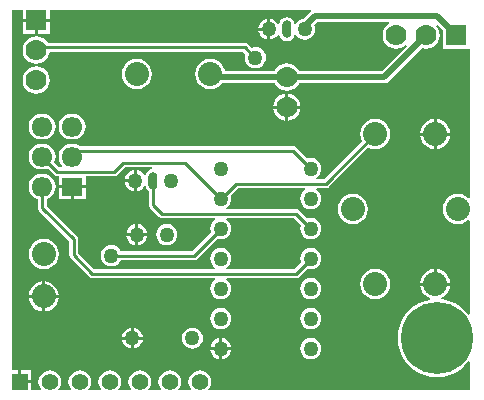
<source format=gbl>
G04 Layer_Physical_Order=2*
G04 Layer_Color=16711680*
%FSLAX25Y25*%
%MOIN*%
G70*
G01*
G75*
%ADD12C,0.01000*%
%ADD13C,0.02000*%
%ADD14C,0.05000*%
%ADD15O,0.03000X0.06000*%
%ADD16C,0.07000*%
%ADD17C,0.05500*%
%ADD18R,0.05500X0.05500*%
%ADD19C,0.24000*%
%ADD20C,0.08000*%
%ADD21O,0.07000X0.06500*%
%ADD22R,0.07000X0.06000*%
%ADD23R,0.07000X0.07000*%
%ADD24R,0.07000X0.07000*%
G36*
X104580Y-5543D02*
X104558Y-5558D01*
X102093Y-8023D01*
X101586Y-8090D01*
X100735Y-8443D01*
X100004Y-9004D01*
X99493Y-9669D01*
X99237Y-9668D01*
X98966Y-9580D01*
X98855Y-9025D01*
X98302Y-8198D01*
X97475Y-7645D01*
X96500Y-7451D01*
X95525Y-7645D01*
X94698Y-8198D01*
X94145Y-9025D01*
X94034Y-9580D01*
X93764Y-9668D01*
X93507Y-9669D01*
X92996Y-9004D01*
X92265Y-8443D01*
X91414Y-8090D01*
X91000Y-8036D01*
Y-11500D01*
Y-14964D01*
X91414Y-14910D01*
X92265Y-14557D01*
X92996Y-13996D01*
X93507Y-13331D01*
X93764Y-13332D01*
X94034Y-13419D01*
X94145Y-13975D01*
X94698Y-14802D01*
X95525Y-15355D01*
X96500Y-15549D01*
X97475Y-15355D01*
X98302Y-14802D01*
X98855Y-13975D01*
X98966Y-13419D01*
X99237Y-13332D01*
X99493Y-13331D01*
X100004Y-13996D01*
X100735Y-14557D01*
X101586Y-14910D01*
X102500Y-15030D01*
X103414Y-14910D01*
X104265Y-14557D01*
X104996Y-13996D01*
X105557Y-13265D01*
X105910Y-12414D01*
X106030Y-11500D01*
X105910Y-10586D01*
X105730Y-10153D01*
X106845Y-9039D01*
X130704D01*
X130803Y-9539D01*
X130731Y-9569D01*
X129791Y-10291D01*
X129069Y-11231D01*
X128616Y-12325D01*
X128461Y-13500D01*
X128616Y-14675D01*
X129069Y-15769D01*
X129791Y-16709D01*
X130731Y-17431D01*
X131825Y-17884D01*
X133000Y-18039D01*
X134175Y-17884D01*
X135269Y-17431D01*
X136167Y-16742D01*
X136498Y-17119D01*
X128155Y-25461D01*
X100526D01*
X100431Y-25231D01*
X99709Y-24291D01*
X98769Y-23569D01*
X97675Y-23116D01*
X96500Y-22961D01*
X95325Y-23116D01*
X94231Y-23569D01*
X93291Y-24291D01*
X92569Y-25231D01*
X92474Y-25461D01*
X75906D01*
X75871Y-25195D01*
X75367Y-23978D01*
X74566Y-22934D01*
X73522Y-22132D01*
X72305Y-21629D01*
X71000Y-21457D01*
X69695Y-21629D01*
X68478Y-22132D01*
X67434Y-22934D01*
X66632Y-23978D01*
X66129Y-25195D01*
X65957Y-26500D01*
X66129Y-27805D01*
X66632Y-29022D01*
X67434Y-30066D01*
X68478Y-30867D01*
X69695Y-31371D01*
X71000Y-31543D01*
X72305Y-31371D01*
X73522Y-30867D01*
X74566Y-30066D01*
X74970Y-29539D01*
X92474D01*
X92569Y-29769D01*
X93291Y-30709D01*
X94231Y-31431D01*
X95325Y-31884D01*
X96500Y-32039D01*
X97675Y-31884D01*
X98769Y-31431D01*
X99709Y-30709D01*
X100431Y-29769D01*
X100526Y-29539D01*
X129000D01*
X129780Y-29384D01*
X130442Y-28942D01*
X141595Y-17789D01*
X141825Y-17884D01*
X143000Y-18039D01*
X144175Y-17884D01*
X145269Y-17431D01*
X146209Y-16709D01*
X146931Y-15769D01*
X147384Y-14675D01*
X147539Y-13500D01*
X147384Y-12325D01*
X146931Y-11231D01*
X146242Y-10333D01*
X146619Y-10002D01*
X148500Y-11884D01*
Y-18000D01*
X157457D01*
Y-67687D01*
X156957Y-67850D01*
X156022Y-67133D01*
X154805Y-66629D01*
X153500Y-66457D01*
X152195Y-66629D01*
X150978Y-67133D01*
X149934Y-67934D01*
X149133Y-68978D01*
X148629Y-70195D01*
X148457Y-71500D01*
X148629Y-72805D01*
X149133Y-74022D01*
X149934Y-75066D01*
X150978Y-75867D01*
X152195Y-76371D01*
X153500Y-76543D01*
X154805Y-76371D01*
X156022Y-75867D01*
X156957Y-75150D01*
X157457Y-75313D01*
Y-106593D01*
X156957Y-106727D01*
X155721Y-105279D01*
X154165Y-103950D01*
X152420Y-102881D01*
X150530Y-102098D01*
X148540Y-101620D01*
X148095Y-101585D01*
X148015Y-101077D01*
X148522Y-100867D01*
X149566Y-100066D01*
X150367Y-99022D01*
X150871Y-97805D01*
X150977Y-97000D01*
X146000D01*
X141023D01*
X141129Y-97805D01*
X141632Y-99022D01*
X142434Y-100066D01*
X143478Y-100867D01*
X144203Y-101168D01*
X144162Y-101692D01*
X142470Y-102098D01*
X140580Y-102881D01*
X138835Y-103950D01*
X137279Y-105279D01*
X135950Y-106835D01*
X134881Y-108580D01*
X134098Y-110470D01*
X133620Y-112460D01*
X133460Y-114500D01*
X133620Y-116540D01*
X134098Y-118530D01*
X134881Y-120420D01*
X135950Y-122165D01*
X137279Y-123721D01*
X138835Y-125050D01*
X140580Y-126119D01*
X142470Y-126902D01*
X144460Y-127380D01*
X146500Y-127540D01*
X148540Y-127380D01*
X150530Y-126902D01*
X152420Y-126119D01*
X154165Y-125050D01*
X155721Y-123721D01*
X156957Y-122274D01*
X157457Y-122407D01*
Y-131957D01*
X70588D01*
X70341Y-131457D01*
X70776Y-130891D01*
X71153Y-129979D01*
X71282Y-129000D01*
X71153Y-128021D01*
X70776Y-127109D01*
X70174Y-126326D01*
X69391Y-125724D01*
X68479Y-125347D01*
X67500Y-125218D01*
X66521Y-125347D01*
X65609Y-125724D01*
X64825Y-126326D01*
X64224Y-127109D01*
X63846Y-128021D01*
X63718Y-129000D01*
X63846Y-129979D01*
X64224Y-130891D01*
X64658Y-131457D01*
X64412Y-131957D01*
X60588D01*
X60342Y-131457D01*
X60776Y-130891D01*
X61154Y-129979D01*
X61282Y-129000D01*
X61154Y-128021D01*
X60776Y-127109D01*
X60175Y-126326D01*
X59391Y-125724D01*
X58479Y-125347D01*
X57500Y-125218D01*
X56521Y-125347D01*
X55609Y-125724D01*
X54826Y-126326D01*
X54224Y-127109D01*
X53847Y-128021D01*
X53718Y-129000D01*
X53847Y-129979D01*
X54224Y-130891D01*
X54659Y-131457D01*
X54412Y-131957D01*
X50588D01*
X50341Y-131457D01*
X50776Y-130891D01*
X51153Y-129979D01*
X51282Y-129000D01*
X51153Y-128021D01*
X50776Y-127109D01*
X50174Y-126326D01*
X49391Y-125724D01*
X48479Y-125347D01*
X47500Y-125218D01*
X46521Y-125347D01*
X45609Y-125724D01*
X44826Y-126326D01*
X44224Y-127109D01*
X43846Y-128021D01*
X43718Y-129000D01*
X43846Y-129979D01*
X44224Y-130891D01*
X44658Y-131457D01*
X44412Y-131957D01*
X40588D01*
X40341Y-131457D01*
X40776Y-130891D01*
X41153Y-129979D01*
X41282Y-129000D01*
X41153Y-128021D01*
X40776Y-127109D01*
X40174Y-126326D01*
X39391Y-125724D01*
X38479Y-125347D01*
X37500Y-125218D01*
X36521Y-125347D01*
X35609Y-125724D01*
X34826Y-126326D01*
X34224Y-127109D01*
X33847Y-128021D01*
X33718Y-129000D01*
X33847Y-129979D01*
X34224Y-130891D01*
X34659Y-131457D01*
X34412Y-131957D01*
X30588D01*
X30342Y-131457D01*
X30776Y-130891D01*
X31154Y-129979D01*
X31282Y-129000D01*
X31154Y-128021D01*
X30776Y-127109D01*
X30174Y-126326D01*
X29391Y-125724D01*
X28479Y-125347D01*
X27500Y-125218D01*
X26521Y-125347D01*
X25609Y-125724D01*
X24825Y-126326D01*
X24224Y-127109D01*
X23846Y-128021D01*
X23718Y-129000D01*
X23846Y-129979D01*
X24224Y-130891D01*
X24658Y-131457D01*
X24412Y-131957D01*
X20588D01*
X20342Y-131457D01*
X20776Y-130891D01*
X21154Y-129979D01*
X21282Y-129000D01*
X21154Y-128021D01*
X20776Y-127109D01*
X20175Y-126326D01*
X19391Y-125724D01*
X18479Y-125347D01*
X17500Y-125218D01*
X16521Y-125347D01*
X15609Y-125724D01*
X14826Y-126326D01*
X14224Y-127109D01*
X13847Y-128021D01*
X13718Y-129000D01*
X13847Y-129979D01*
X14224Y-130891D01*
X14659Y-131457D01*
X14412Y-131957D01*
X11250D01*
Y-129500D01*
X7500D01*
Y-129000D01*
X7000D01*
Y-125250D01*
X5043D01*
Y-5043D01*
X8500D01*
Y-8000D01*
X13000D01*
X17500D01*
Y-5043D01*
X104429D01*
X104580Y-5543D01*
D02*
G37*
%LPC*%
G36*
X104500Y-94470D02*
X103586Y-94590D01*
X102735Y-94943D01*
X102004Y-95504D01*
X101443Y-96235D01*
X101090Y-97086D01*
X100970Y-98000D01*
X101090Y-98914D01*
X101443Y-99765D01*
X102004Y-100496D01*
X102735Y-101057D01*
X103586Y-101410D01*
X104500Y-101530D01*
X105414Y-101410D01*
X106265Y-101057D01*
X106996Y-100496D01*
X107557Y-99765D01*
X107910Y-98914D01*
X108030Y-98000D01*
X107910Y-97086D01*
X107557Y-96235D01*
X106996Y-95504D01*
X106265Y-94943D01*
X105414Y-94590D01*
X104500Y-94470D01*
D02*
G37*
G36*
X15000Y-95623D02*
X14195Y-95729D01*
X12978Y-96232D01*
X11934Y-97034D01*
X11133Y-98078D01*
X10629Y-99295D01*
X10523Y-100100D01*
X15000D01*
Y-95623D01*
D02*
G37*
G36*
X16000D02*
Y-100100D01*
X20477D01*
X20371Y-99295D01*
X19868Y-98078D01*
X19066Y-97034D01*
X18022Y-96232D01*
X16805Y-95729D01*
X16000Y-95623D01*
D02*
G37*
G36*
X15000Y-101100D02*
X10523D01*
X10629Y-101905D01*
X11133Y-103122D01*
X11934Y-104166D01*
X12978Y-104967D01*
X14195Y-105471D01*
X15000Y-105577D01*
Y-101100D01*
D02*
G37*
G36*
X20477D02*
X16000D01*
Y-105577D01*
X16805Y-105471D01*
X18022Y-104967D01*
X19066Y-104166D01*
X19868Y-103122D01*
X20371Y-101905D01*
X20477Y-101100D01*
D02*
G37*
G36*
X126000Y-91457D02*
X124695Y-91629D01*
X123478Y-92133D01*
X122434Y-92934D01*
X121633Y-93978D01*
X121129Y-95195D01*
X120957Y-96500D01*
X121129Y-97805D01*
X121633Y-99022D01*
X122434Y-100066D01*
X123478Y-100867D01*
X124695Y-101371D01*
X126000Y-101543D01*
X127305Y-101371D01*
X128522Y-100867D01*
X129566Y-100066D01*
X130368Y-99022D01*
X130871Y-97805D01*
X131043Y-96500D01*
X130871Y-95195D01*
X130368Y-93978D01*
X129566Y-92934D01*
X128522Y-92133D01*
X127305Y-91629D01*
X126000Y-91457D01*
D02*
G37*
G36*
X15250Y-59713D02*
X14750D01*
X13641Y-59859D01*
X12607Y-60288D01*
X11719Y-60969D01*
X11038Y-61857D01*
X10609Y-62890D01*
X10463Y-64000D01*
X10609Y-65109D01*
X11038Y-66143D01*
X11719Y-67031D01*
X12607Y-67712D01*
X13471Y-68070D01*
Y-71000D01*
X13587Y-71585D01*
X13919Y-72081D01*
X23971Y-82134D01*
Y-86800D01*
X24087Y-87385D01*
X24419Y-87881D01*
X30619Y-94081D01*
X31115Y-94413D01*
X31700Y-94529D01*
X72493D01*
X72622Y-95029D01*
X72004Y-95504D01*
X71443Y-96235D01*
X71090Y-97086D01*
X70970Y-98000D01*
X71090Y-98914D01*
X71443Y-99765D01*
X72004Y-100496D01*
X72735Y-101057D01*
X73586Y-101410D01*
X74500Y-101530D01*
X75414Y-101410D01*
X76265Y-101057D01*
X76996Y-100496D01*
X77557Y-99765D01*
X77910Y-98914D01*
X78030Y-98000D01*
X77910Y-97086D01*
X77557Y-96235D01*
X76996Y-95504D01*
X76378Y-95029D01*
X76507Y-94529D01*
X99500D01*
X100085Y-94413D01*
X100581Y-94081D01*
X103351Y-91312D01*
X103586Y-91410D01*
X104500Y-91530D01*
X105414Y-91410D01*
X106265Y-91057D01*
X106996Y-90496D01*
X107557Y-89765D01*
X107910Y-88914D01*
X108030Y-88000D01*
X107910Y-87086D01*
X107557Y-86235D01*
X106996Y-85504D01*
X106265Y-84943D01*
X105414Y-84590D01*
X104500Y-84470D01*
X103586Y-84590D01*
X102735Y-84943D01*
X102004Y-85504D01*
X101443Y-86235D01*
X101090Y-87086D01*
X100970Y-88000D01*
X101090Y-88914D01*
X101188Y-89149D01*
X98866Y-91471D01*
X76507D01*
X76378Y-90971D01*
X76996Y-90496D01*
X77557Y-89765D01*
X77910Y-88914D01*
X78030Y-88000D01*
X77910Y-87086D01*
X77557Y-86235D01*
X76996Y-85504D01*
X76265Y-84943D01*
X75414Y-84590D01*
X74500Y-84470D01*
X73586Y-84590D01*
X72735Y-84943D01*
X72004Y-85504D01*
X71443Y-86235D01*
X71090Y-87086D01*
X70970Y-88000D01*
X71090Y-88914D01*
X71443Y-89765D01*
X72004Y-90496D01*
X72622Y-90971D01*
X72493Y-91471D01*
X32333D01*
X27029Y-86167D01*
Y-81500D01*
X26913Y-80915D01*
X26581Y-80419D01*
X16529Y-70367D01*
Y-68070D01*
X17393Y-67712D01*
X18281Y-67031D01*
X18962Y-66143D01*
X19391Y-65109D01*
X19537Y-64000D01*
X19391Y-62890D01*
X18962Y-61857D01*
X18281Y-60969D01*
X17393Y-60288D01*
X16360Y-59859D01*
X15250Y-59713D01*
D02*
G37*
G36*
X56500Y-76470D02*
X55586Y-76590D01*
X54735Y-76943D01*
X54004Y-77504D01*
X53443Y-78235D01*
X53090Y-79086D01*
X52970Y-80000D01*
X53090Y-80914D01*
X53443Y-81765D01*
X54004Y-82496D01*
X54735Y-83057D01*
X55586Y-83410D01*
X56500Y-83530D01*
X57414Y-83410D01*
X58265Y-83057D01*
X58996Y-82496D01*
X59557Y-81765D01*
X59910Y-80914D01*
X60030Y-80000D01*
X59910Y-79086D01*
X59557Y-78235D01*
X58996Y-77504D01*
X58265Y-76943D01*
X57414Y-76590D01*
X56500Y-76470D01*
D02*
G37*
G36*
X46000Y-80500D02*
X43036D01*
X43090Y-80914D01*
X43443Y-81765D01*
X44004Y-82496D01*
X44735Y-83057D01*
X45586Y-83410D01*
X46000Y-83464D01*
Y-80500D01*
D02*
G37*
G36*
X145500Y-91523D02*
X144695Y-91629D01*
X143478Y-92133D01*
X142434Y-92934D01*
X141632Y-93978D01*
X141129Y-95195D01*
X141023Y-96000D01*
X145500D01*
Y-91523D01*
D02*
G37*
G36*
X146500D02*
Y-96000D01*
X150977D01*
X150871Y-95195D01*
X150367Y-93978D01*
X149566Y-92934D01*
X148522Y-92133D01*
X147305Y-91629D01*
X146500Y-91523D01*
D02*
G37*
G36*
X15500Y-81457D02*
X14195Y-81629D01*
X12978Y-82133D01*
X11934Y-82934D01*
X11133Y-83978D01*
X10629Y-85195D01*
X10457Y-86500D01*
X10629Y-87805D01*
X11133Y-89022D01*
X11934Y-90066D01*
X12978Y-90868D01*
X14195Y-91371D01*
X15500Y-91543D01*
X16805Y-91371D01*
X18022Y-90868D01*
X19066Y-90066D01*
X19868Y-89022D01*
X20371Y-87805D01*
X20543Y-86500D01*
X20371Y-85195D01*
X19868Y-83978D01*
X19066Y-82934D01*
X18022Y-82133D01*
X16805Y-81629D01*
X15500Y-81457D01*
D02*
G37*
G36*
X104500Y-104470D02*
X103586Y-104590D01*
X102735Y-104943D01*
X102004Y-105504D01*
X101443Y-106235D01*
X101090Y-107086D01*
X100970Y-108000D01*
X101090Y-108914D01*
X101443Y-109765D01*
X102004Y-110496D01*
X102735Y-111057D01*
X103586Y-111410D01*
X104500Y-111530D01*
X105414Y-111410D01*
X106265Y-111057D01*
X106996Y-110496D01*
X107557Y-109765D01*
X107910Y-108914D01*
X108030Y-108000D01*
X107910Y-107086D01*
X107557Y-106235D01*
X106996Y-105504D01*
X106265Y-104943D01*
X105414Y-104590D01*
X104500Y-104470D01*
D02*
G37*
G36*
X77964Y-118500D02*
X75000D01*
Y-121464D01*
X75414Y-121410D01*
X76265Y-121057D01*
X76996Y-120496D01*
X77557Y-119765D01*
X77910Y-118914D01*
X77964Y-118500D01*
D02*
G37*
G36*
X65000Y-110970D02*
X64086Y-111090D01*
X63235Y-111443D01*
X62504Y-112004D01*
X61943Y-112735D01*
X61590Y-113586D01*
X61470Y-114500D01*
X61590Y-115414D01*
X61943Y-116265D01*
X62504Y-116996D01*
X63235Y-117557D01*
X64086Y-117910D01*
X65000Y-118030D01*
X65914Y-117910D01*
X66765Y-117557D01*
X67496Y-116996D01*
X68057Y-116265D01*
X68410Y-115414D01*
X68530Y-114500D01*
X68410Y-113586D01*
X68057Y-112735D01*
X67496Y-112004D01*
X66765Y-111443D01*
X65914Y-111090D01*
X65000Y-110970D01*
D02*
G37*
G36*
X44500Y-115000D02*
X41536D01*
X41590Y-115414D01*
X41943Y-116265D01*
X42504Y-116996D01*
X43235Y-117557D01*
X44086Y-117910D01*
X44500Y-117964D01*
Y-115000D01*
D02*
G37*
G36*
X11250Y-125250D02*
X8000D01*
Y-128500D01*
X11250D01*
Y-125250D01*
D02*
G37*
G36*
X104500Y-114470D02*
X103586Y-114590D01*
X102735Y-114943D01*
X102004Y-115504D01*
X101443Y-116235D01*
X101090Y-117086D01*
X100970Y-118000D01*
X101090Y-118914D01*
X101443Y-119765D01*
X102004Y-120496D01*
X102735Y-121057D01*
X103586Y-121410D01*
X104500Y-121530D01*
X105414Y-121410D01*
X106265Y-121057D01*
X106996Y-120496D01*
X107557Y-119765D01*
X107910Y-118914D01*
X108030Y-118000D01*
X107910Y-117086D01*
X107557Y-116235D01*
X106996Y-115504D01*
X106265Y-114943D01*
X105414Y-114590D01*
X104500Y-114470D01*
D02*
G37*
G36*
X74000Y-118500D02*
X71036D01*
X71090Y-118914D01*
X71443Y-119765D01*
X72004Y-120496D01*
X72735Y-121057D01*
X73586Y-121410D01*
X74000Y-121464D01*
Y-118500D01*
D02*
G37*
G36*
X44500Y-111036D02*
X44086Y-111090D01*
X43235Y-111443D01*
X42504Y-112004D01*
X41943Y-112735D01*
X41590Y-113586D01*
X41536Y-114000D01*
X44500D01*
Y-111036D01*
D02*
G37*
G36*
X45500D02*
Y-114000D01*
X48464D01*
X48410Y-113586D01*
X48057Y-112735D01*
X47496Y-112004D01*
X46765Y-111443D01*
X45914Y-111090D01*
X45500Y-111036D01*
D02*
G37*
G36*
X74500Y-104470D02*
X73586Y-104590D01*
X72735Y-104943D01*
X72004Y-105504D01*
X71443Y-106235D01*
X71090Y-107086D01*
X70970Y-108000D01*
X71090Y-108914D01*
X71443Y-109765D01*
X72004Y-110496D01*
X72735Y-111057D01*
X73586Y-111410D01*
X74500Y-111530D01*
X75414Y-111410D01*
X76265Y-111057D01*
X76996Y-110496D01*
X77557Y-109765D01*
X77910Y-108914D01*
X78030Y-108000D01*
X77910Y-107086D01*
X77557Y-106235D01*
X76996Y-105504D01*
X76265Y-104943D01*
X75414Y-104590D01*
X74500Y-104470D01*
D02*
G37*
G36*
X48464Y-115000D02*
X45500D01*
Y-117964D01*
X45914Y-117910D01*
X46765Y-117557D01*
X47496Y-116996D01*
X48057Y-116265D01*
X48410Y-115414D01*
X48464Y-115000D01*
D02*
G37*
G36*
X74000Y-114536D02*
X73586Y-114590D01*
X72735Y-114943D01*
X72004Y-115504D01*
X71443Y-116235D01*
X71090Y-117086D01*
X71036Y-117500D01*
X74000D01*
Y-114536D01*
D02*
G37*
G36*
X75000D02*
Y-117500D01*
X77964D01*
X77910Y-117086D01*
X77557Y-116235D01*
X76996Y-115504D01*
X76265Y-114943D01*
X75414Y-114590D01*
X75000Y-114536D01*
D02*
G37*
G36*
X49964Y-80500D02*
X47000D01*
Y-83464D01*
X47414Y-83410D01*
X48265Y-83057D01*
X48996Y-82496D01*
X49557Y-81765D01*
X49910Y-80914D01*
X49964Y-80500D01*
D02*
G37*
G36*
X96000Y-33027D02*
X95325Y-33116D01*
X94231Y-33569D01*
X93291Y-34291D01*
X92569Y-35231D01*
X92116Y-36325D01*
X92027Y-37000D01*
X96000D01*
Y-33027D01*
D02*
G37*
G36*
X97000D02*
Y-37000D01*
X100973D01*
X100884Y-36325D01*
X100431Y-35231D01*
X99709Y-34291D01*
X98769Y-33569D01*
X97675Y-33116D01*
X97000Y-33027D01*
D02*
G37*
G36*
X13000Y-23961D02*
X11825Y-24116D01*
X10731Y-24569D01*
X9791Y-25291D01*
X9069Y-26231D01*
X8616Y-27325D01*
X8461Y-28500D01*
X8616Y-29675D01*
X9069Y-30769D01*
X9791Y-31709D01*
X10731Y-32431D01*
X11825Y-32884D01*
X13000Y-33039D01*
X14175Y-32884D01*
X15269Y-32431D01*
X16209Y-31709D01*
X16931Y-30769D01*
X17384Y-29675D01*
X17539Y-28500D01*
X17384Y-27325D01*
X16931Y-26231D01*
X16209Y-25291D01*
X15269Y-24569D01*
X14175Y-24116D01*
X13000Y-23961D01*
D02*
G37*
G36*
X146500Y-41523D02*
Y-46000D01*
X150977D01*
X150871Y-45195D01*
X150367Y-43978D01*
X149566Y-42934D01*
X148522Y-42132D01*
X147305Y-41629D01*
X146500Y-41523D01*
D02*
G37*
G36*
X96000Y-38000D02*
X92027D01*
X92116Y-38675D01*
X92569Y-39769D01*
X93291Y-40709D01*
X94231Y-41431D01*
X95325Y-41884D01*
X96000Y-41973D01*
Y-38000D01*
D02*
G37*
G36*
X100973D02*
X97000D01*
Y-41973D01*
X97675Y-41884D01*
X98769Y-41431D01*
X99709Y-40709D01*
X100431Y-39769D01*
X100884Y-38675D01*
X100973Y-38000D01*
D02*
G37*
G36*
X12500Y-9000D02*
X8500D01*
Y-13000D01*
X12500D01*
Y-9000D01*
D02*
G37*
G36*
X17500D02*
X13500D01*
Y-13000D01*
X17500D01*
Y-9000D01*
D02*
G37*
G36*
X90000Y-8036D02*
X89586Y-8090D01*
X88735Y-8443D01*
X88004Y-9004D01*
X87443Y-9735D01*
X87090Y-10586D01*
X87036Y-11000D01*
X90000D01*
Y-8036D01*
D02*
G37*
G36*
X46500Y-21457D02*
X45195Y-21629D01*
X43978Y-22132D01*
X42934Y-22934D01*
X42132Y-23978D01*
X41629Y-25195D01*
X41457Y-26500D01*
X41629Y-27805D01*
X42132Y-29022D01*
X42934Y-30066D01*
X43978Y-30867D01*
X45195Y-31371D01*
X46500Y-31543D01*
X47805Y-31371D01*
X49022Y-30867D01*
X50066Y-30066D01*
X50867Y-29022D01*
X51371Y-27805D01*
X51543Y-26500D01*
X51371Y-25195D01*
X50867Y-23978D01*
X50066Y-22934D01*
X49022Y-22132D01*
X47805Y-21629D01*
X46500Y-21457D01*
D02*
G37*
G36*
X13000Y-13961D02*
X11825Y-14116D01*
X10731Y-14569D01*
X9791Y-15291D01*
X9069Y-16231D01*
X8616Y-17325D01*
X8461Y-18500D01*
X8616Y-19675D01*
X9069Y-20769D01*
X9791Y-21709D01*
X10731Y-22431D01*
X11825Y-22884D01*
X13000Y-23039D01*
X14175Y-22884D01*
X15269Y-22431D01*
X16209Y-21709D01*
X16931Y-20769D01*
X17384Y-19675D01*
X17456Y-19129D01*
X81967D01*
X82688Y-19851D01*
X82590Y-20086D01*
X82470Y-21000D01*
X82590Y-21914D01*
X82943Y-22765D01*
X83504Y-23496D01*
X84235Y-24057D01*
X85086Y-24410D01*
X86000Y-24530D01*
X86914Y-24410D01*
X87765Y-24057D01*
X88496Y-23496D01*
X89057Y-22765D01*
X89410Y-21914D01*
X89530Y-21000D01*
X89410Y-20086D01*
X89057Y-19235D01*
X88496Y-18504D01*
X87765Y-17943D01*
X86914Y-17590D01*
X86000Y-17470D01*
X85086Y-17590D01*
X84851Y-17688D01*
X83681Y-16519D01*
X83185Y-16187D01*
X82600Y-16071D01*
X16808D01*
X16209Y-15291D01*
X15269Y-14569D01*
X14175Y-14116D01*
X13000Y-13961D01*
D02*
G37*
G36*
X90000Y-12000D02*
X87036D01*
X87090Y-12414D01*
X87443Y-13265D01*
X88004Y-13996D01*
X88735Y-14557D01*
X89586Y-14910D01*
X90000Y-14964D01*
Y-12000D01*
D02*
G37*
G36*
X145500Y-41523D02*
X144695Y-41629D01*
X143478Y-42132D01*
X142434Y-42934D01*
X141632Y-43978D01*
X141129Y-45195D01*
X141023Y-46000D01*
X145500D01*
Y-41523D01*
D02*
G37*
G36*
X24500Y-64500D02*
X20500D01*
Y-68000D01*
X24500D01*
Y-64500D01*
D02*
G37*
G36*
X29500D02*
X25500D01*
Y-68000D01*
X29500D01*
Y-64500D01*
D02*
G37*
G36*
X45500Y-62500D02*
X42536D01*
X42590Y-62914D01*
X42943Y-63765D01*
X43504Y-64496D01*
X44235Y-65057D01*
X45086Y-65410D01*
X45500Y-65464D01*
Y-62500D01*
D02*
G37*
G36*
X46000Y-76536D02*
X45586Y-76590D01*
X44735Y-76943D01*
X44004Y-77504D01*
X43443Y-78235D01*
X43090Y-79086D01*
X43036Y-79500D01*
X46000D01*
Y-76536D01*
D02*
G37*
G36*
X47000D02*
Y-79500D01*
X49964D01*
X49910Y-79086D01*
X49557Y-78235D01*
X48996Y-77504D01*
X48265Y-76943D01*
X47414Y-76590D01*
X47000Y-76536D01*
D02*
G37*
G36*
X118500Y-66457D02*
X117195Y-66629D01*
X115978Y-67133D01*
X114934Y-67934D01*
X114132Y-68978D01*
X113629Y-70195D01*
X113457Y-71500D01*
X113629Y-72805D01*
X114132Y-74022D01*
X114934Y-75066D01*
X115978Y-75867D01*
X117195Y-76371D01*
X118500Y-76543D01*
X119805Y-76371D01*
X121022Y-75867D01*
X122066Y-75066D01*
X122868Y-74022D01*
X123371Y-72805D01*
X123543Y-71500D01*
X123371Y-70195D01*
X122868Y-68978D01*
X122066Y-67934D01*
X121022Y-67133D01*
X119805Y-66629D01*
X118500Y-66457D01*
D02*
G37*
G36*
X150977Y-47000D02*
X146500D01*
Y-51477D01*
X147305Y-51371D01*
X148522Y-50867D01*
X149566Y-50066D01*
X150367Y-49022D01*
X150871Y-47805D01*
X150977Y-47000D01*
D02*
G37*
G36*
X15250Y-39713D02*
X14750D01*
X13641Y-39859D01*
X12607Y-40288D01*
X11719Y-40969D01*
X11038Y-41857D01*
X10609Y-42891D01*
X10463Y-44000D01*
X10609Y-45110D01*
X11038Y-46143D01*
X11719Y-47031D01*
X12607Y-47712D01*
X13641Y-48141D01*
X14750Y-48287D01*
X15250D01*
X16360Y-48141D01*
X17393Y-47712D01*
X18281Y-47031D01*
X18962Y-46143D01*
X19391Y-45110D01*
X19537Y-44000D01*
X19391Y-42891D01*
X18962Y-41857D01*
X18281Y-40969D01*
X17393Y-40288D01*
X16360Y-39859D01*
X15250Y-39713D01*
D02*
G37*
G36*
X25250D02*
X24750D01*
X23641Y-39859D01*
X22607Y-40288D01*
X21719Y-40969D01*
X21038Y-41857D01*
X20609Y-42891D01*
X20463Y-44000D01*
X20609Y-45110D01*
X21038Y-46143D01*
X21719Y-47031D01*
X22607Y-47712D01*
X23641Y-48141D01*
X24750Y-48287D01*
X25250D01*
X26360Y-48141D01*
X27393Y-47712D01*
X28281Y-47031D01*
X28962Y-46143D01*
X29391Y-45110D01*
X29537Y-44000D01*
X29391Y-42891D01*
X28962Y-41857D01*
X28281Y-40969D01*
X27393Y-40288D01*
X26360Y-39859D01*
X25250Y-39713D01*
D02*
G37*
G36*
X45500Y-58536D02*
X45086Y-58590D01*
X44235Y-58943D01*
X43504Y-59504D01*
X42943Y-60235D01*
X42590Y-61086D01*
X42536Y-61500D01*
X45500D01*
Y-58536D01*
D02*
G37*
G36*
X126000Y-41457D02*
X124695Y-41629D01*
X123478Y-42132D01*
X122434Y-42934D01*
X121633Y-43978D01*
X121129Y-45195D01*
X120957Y-46500D01*
X121129Y-47805D01*
X121540Y-48797D01*
X108867Y-61471D01*
X106507D01*
X106378Y-60971D01*
X106996Y-60496D01*
X107557Y-59765D01*
X107910Y-58914D01*
X108030Y-58000D01*
X107910Y-57086D01*
X107557Y-56235D01*
X106996Y-55504D01*
X106265Y-54943D01*
X105414Y-54590D01*
X104500Y-54470D01*
X103586Y-54590D01*
X103351Y-54688D01*
X99581Y-50919D01*
X99085Y-50587D01*
X98500Y-50471D01*
X27632D01*
X27393Y-50288D01*
X26360Y-49859D01*
X25250Y-49713D01*
X24750D01*
X23641Y-49859D01*
X22607Y-50288D01*
X21719Y-50969D01*
X21038Y-51857D01*
X20609Y-52890D01*
X20463Y-54000D01*
X20609Y-55110D01*
X21038Y-56143D01*
X21672Y-56971D01*
X21556Y-57471D01*
X20633D01*
X19063Y-55900D01*
X19391Y-55110D01*
X19537Y-54000D01*
X19391Y-52890D01*
X18962Y-51857D01*
X18281Y-50969D01*
X17393Y-50288D01*
X16360Y-49859D01*
X15250Y-49713D01*
X14750D01*
X13641Y-49859D01*
X12607Y-50288D01*
X11719Y-50969D01*
X11038Y-51857D01*
X10609Y-52890D01*
X10463Y-54000D01*
X10609Y-55110D01*
X11038Y-56143D01*
X11719Y-57031D01*
X12607Y-57712D01*
X13641Y-58141D01*
X14750Y-58287D01*
X15250D01*
X16360Y-58141D01*
X16797Y-57960D01*
X18919Y-60081D01*
X19415Y-60413D01*
X20000Y-60529D01*
X20500D01*
Y-63500D01*
X25000D01*
X29500D01*
Y-60529D01*
X39000D01*
X39585Y-60413D01*
X40081Y-60081D01*
X42634Y-57529D01*
X51557D01*
X51606Y-58029D01*
X51025Y-58145D01*
X50198Y-58698D01*
X49645Y-59525D01*
X49534Y-60080D01*
X49264Y-60168D01*
X49007Y-60169D01*
X48496Y-59504D01*
X47765Y-58943D01*
X46914Y-58590D01*
X46500Y-58536D01*
Y-62000D01*
Y-65464D01*
X46914Y-65410D01*
X47765Y-65057D01*
X48496Y-64496D01*
X49007Y-63831D01*
X49264Y-63832D01*
X49534Y-63920D01*
X49645Y-64476D01*
X50198Y-65302D01*
X50471Y-65485D01*
Y-70000D01*
X50587Y-70585D01*
X50919Y-71081D01*
X53919Y-74081D01*
X54415Y-74413D01*
X55000Y-74529D01*
X72493D01*
X72622Y-75029D01*
X72004Y-75504D01*
X71443Y-76235D01*
X71090Y-77086D01*
X70970Y-78000D01*
X71090Y-78914D01*
X71188Y-79149D01*
X64867Y-85471D01*
X41155D01*
X41057Y-85235D01*
X40496Y-84504D01*
X39765Y-83943D01*
X38914Y-83590D01*
X38000Y-83470D01*
X37086Y-83590D01*
X36235Y-83943D01*
X35504Y-84504D01*
X34943Y-85235D01*
X34590Y-86086D01*
X34470Y-87000D01*
X34590Y-87914D01*
X34943Y-88765D01*
X35504Y-89496D01*
X36235Y-90057D01*
X37086Y-90410D01*
X38000Y-90530D01*
X38914Y-90410D01*
X39765Y-90057D01*
X40496Y-89496D01*
X41057Y-88765D01*
X41155Y-88529D01*
X65500D01*
X66085Y-88413D01*
X66581Y-88081D01*
X73351Y-81312D01*
X73586Y-81410D01*
X74500Y-81530D01*
X75414Y-81410D01*
X76265Y-81057D01*
X76996Y-80496D01*
X77557Y-79765D01*
X77910Y-78914D01*
X78030Y-78000D01*
X77910Y-77086D01*
X77557Y-76235D01*
X76996Y-75504D01*
X76378Y-75029D01*
X76507Y-74529D01*
X98866D01*
X101188Y-76851D01*
X101090Y-77086D01*
X100970Y-78000D01*
X101090Y-78914D01*
X101443Y-79765D01*
X102004Y-80496D01*
X102735Y-81057D01*
X103586Y-81410D01*
X104500Y-81530D01*
X105414Y-81410D01*
X106265Y-81057D01*
X106996Y-80496D01*
X107557Y-79765D01*
X107910Y-78914D01*
X108030Y-78000D01*
X107910Y-77086D01*
X107557Y-76235D01*
X106996Y-75504D01*
X106265Y-74943D01*
X105414Y-74590D01*
X104500Y-74470D01*
X103586Y-74590D01*
X103351Y-74688D01*
X100581Y-71919D01*
X100085Y-71587D01*
X99500Y-71471D01*
X76507D01*
X76378Y-70971D01*
X76996Y-70496D01*
X77557Y-69765D01*
X77910Y-68914D01*
X78030Y-68000D01*
X77910Y-67086D01*
X77812Y-66851D01*
X80133Y-64529D01*
X102493D01*
X102622Y-65029D01*
X102004Y-65504D01*
X101443Y-66235D01*
X101090Y-67086D01*
X100970Y-68000D01*
X101090Y-68914D01*
X101443Y-69765D01*
X102004Y-70496D01*
X102735Y-71057D01*
X103586Y-71410D01*
X104500Y-71530D01*
X105414Y-71410D01*
X106265Y-71057D01*
X106996Y-70496D01*
X107557Y-69765D01*
X107910Y-68914D01*
X108030Y-68000D01*
X107910Y-67086D01*
X107557Y-66235D01*
X106996Y-65504D01*
X106378Y-65029D01*
X106507Y-64529D01*
X109500D01*
X110085Y-64413D01*
X110581Y-64081D01*
X123703Y-50960D01*
X124695Y-51371D01*
X126000Y-51543D01*
X127305Y-51371D01*
X128522Y-50867D01*
X129566Y-50066D01*
X130368Y-49022D01*
X130871Y-47805D01*
X131043Y-46500D01*
X130871Y-45195D01*
X130368Y-43978D01*
X129566Y-42934D01*
X128522Y-42132D01*
X127305Y-41629D01*
X126000Y-41457D01*
D02*
G37*
G36*
X145500Y-47000D02*
X141023D01*
X141129Y-47805D01*
X141632Y-49022D01*
X142434Y-50066D01*
X143478Y-50867D01*
X144695Y-51371D01*
X145500Y-51477D01*
Y-47000D01*
D02*
G37*
%LPD*%
D12*
X13900Y-17600D02*
X82600D01*
X13000Y-18500D02*
X13900Y-17600D01*
X25500Y-86800D02*
Y-81500D01*
X15000Y-71000D02*
X25500Y-81500D01*
X15000Y-71000D02*
Y-64000D01*
X25500Y-86800D02*
X31700Y-93000D01*
X65500Y-87000D02*
X74500Y-78000D01*
X38000Y-87000D02*
X65500D01*
X62500Y-56000D02*
X74500Y-68000D01*
X42000Y-56000D02*
X62500D01*
X39000Y-59000D02*
X42000Y-56000D01*
X98500Y-52000D02*
X104500Y-58000D01*
X27000Y-52000D02*
X98500D01*
X25000Y-54000D02*
X27000Y-52000D01*
X20000Y-59000D02*
X39000D01*
X15000Y-54000D02*
X20000Y-59000D01*
X82600Y-17600D02*
X86000Y-21000D01*
X99500Y-73000D02*
X104500Y-78000D01*
X55000Y-73000D02*
X99500D01*
X52000Y-70000D02*
X55000Y-73000D01*
X52000Y-70000D02*
Y-62000D01*
X109500Y-63000D02*
X126000Y-46500D01*
X79500Y-63000D02*
X109500D01*
X74500Y-68000D02*
X79500Y-63000D01*
X31700Y-93000D02*
X99500D01*
X104500Y-88000D01*
D13*
X72000Y-27500D02*
X96500D01*
X71000Y-26500D02*
X72000Y-27500D01*
X146500Y-7000D02*
X153000Y-13500D01*
X106000Y-7000D02*
X146500D01*
X101500Y-11500D02*
X106000Y-7000D01*
X96500Y-27500D02*
X129000D01*
X143000Y-13500D01*
D14*
X90500Y-11500D02*
D03*
X102500D02*
D03*
X74500Y-118000D02*
D03*
Y-108000D02*
D03*
X104500D02*
D03*
X74500Y-98000D02*
D03*
Y-88000D02*
D03*
Y-78000D02*
D03*
Y-68000D02*
D03*
Y-58000D02*
D03*
X104500D02*
D03*
Y-68000D02*
D03*
Y-78000D02*
D03*
Y-88000D02*
D03*
Y-98000D02*
D03*
Y-118000D02*
D03*
X56500Y-80000D02*
D03*
X46500D02*
D03*
X65000Y-114500D02*
D03*
X45000D02*
D03*
X58000Y-62000D02*
D03*
X46000D02*
D03*
X38000Y-87000D02*
D03*
X86000Y-21000D02*
D03*
D15*
X96500Y-11500D02*
D03*
X52000Y-62000D02*
D03*
D16*
X96500Y-27500D02*
D03*
Y-37500D02*
D03*
X133000Y-13500D02*
D03*
X143000D02*
D03*
X13000Y-18500D02*
D03*
Y-28500D02*
D03*
D17*
X67500Y-129000D02*
D03*
X57500D02*
D03*
X47500D02*
D03*
X37500D02*
D03*
X27500D02*
D03*
X17500D02*
D03*
D18*
X7500D02*
D03*
D19*
X146500Y-114500D02*
D03*
D20*
X146000Y-46500D02*
D03*
X126000D02*
D03*
X146000Y-96500D02*
D03*
X126000D02*
D03*
X118500Y-71500D02*
D03*
X153500D02*
D03*
X15500Y-100600D02*
D03*
Y-86500D02*
D03*
X71000Y-26500D02*
D03*
X46500D02*
D03*
D21*
X25000Y-44000D02*
D03*
Y-54000D02*
D03*
X15000Y-44000D02*
D03*
Y-54000D02*
D03*
Y-64000D02*
D03*
D22*
X25000D02*
D03*
D23*
X153000Y-13500D02*
D03*
D24*
X13000Y-8500D02*
D03*
M02*

</source>
